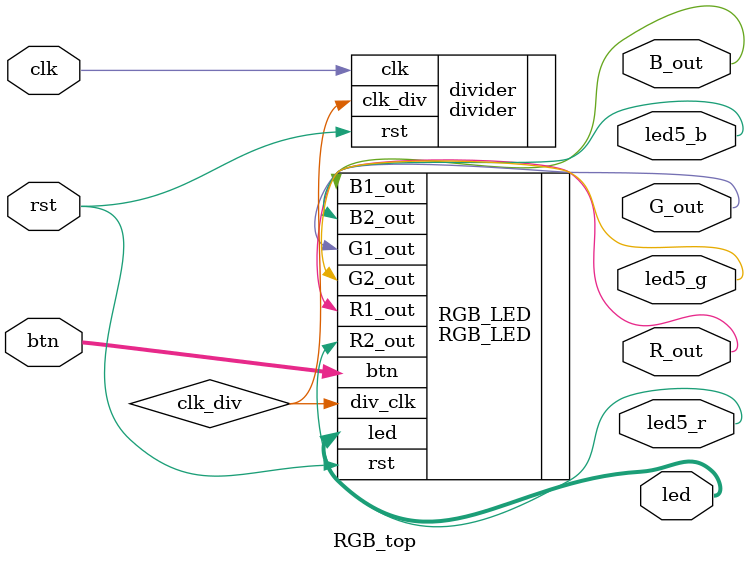
<source format=v>
`timescale 1ns / 1ps

module RGB_top(clk,rst,btn,led,R_out, G_out, B_out,led5_r, led5_g, led5_b);

input clk,rst;
input [3:1] btn;
output R_out, G_out, B_out,led5_r, led5_g, led5_b;
output [3:0] led;

wire clk_div;

divider divider( .clk(clk), .rst(rst), .clk_div(clk_div));
RGB_LED RGB_LED(.div_clk(clk_div),.rst(rst),.btn(btn),.led(led),.R1_out(R_out),.G1_out(G_out),.B1_out(B_out),
                .R2_out(led5_r),.G2_out(led5_g),. B2_out(led5_b));

endmodule

</source>
